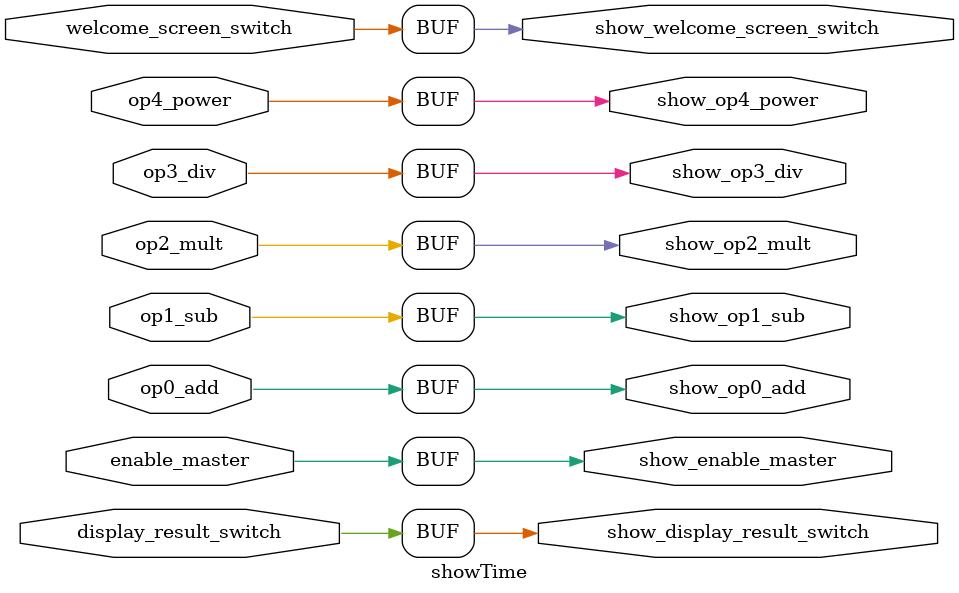
<source format=v>
`timescale 1ns / 1ps


module showTime(
input enable_master, welcome_screen_switch, display_result_switch,
         op0_add, op1_sub, op2_mult, op3_div, op4_power,
output reg show_enable_master, show_welcome_screen_switch, show_display_result_switch,
         show_op0_add, show_op1_sub, show_op2_mult, show_op3_div, show_op4_power
    );
    
    always@(*)
    begin
        show_enable_master <= enable_master; 
        show_display_result_switch <= display_result_switch;
        show_op0_add <= op0_add;
        show_op1_sub <= op1_sub;
        show_op2_mult <= op2_mult;
        show_op3_div <= op3_div;
        show_op4_power <= op4_power;
        show_welcome_screen_switch <= welcome_screen_switch; 
        
    end
endmodule
</source>
